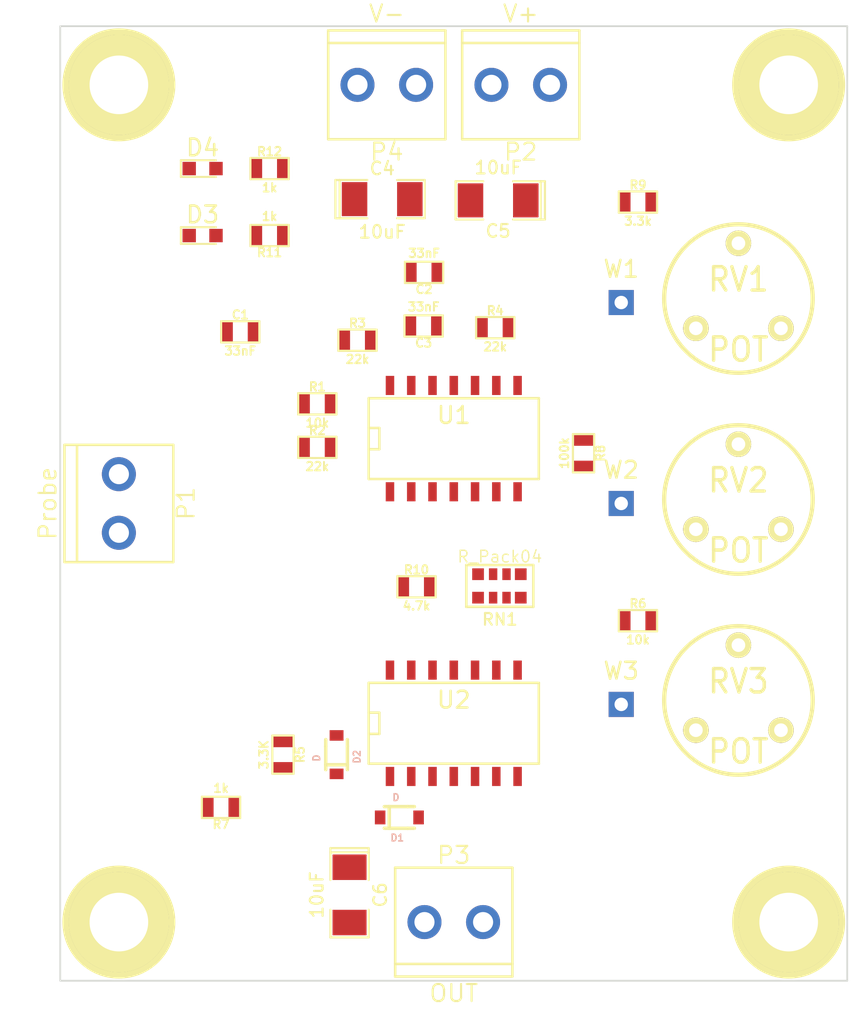
<source format=kicad_pcb>
(kicad_pcb (version 4) (host pcbnew 4.0.5)

  (general
    (links 69)
    (no_connects 69)
    (area 26.449999 21.449999 73.550001 78.550001)
    (thickness 1.6)
    (drawings 7)
    (tracks 0)
    (zones 0)
    (modules 39)
    (nets 29)
  )

  (page USLetter)
  (title_block
    (title EC-AMP)
    (rev Rev1)
    (company "Visgence Inc")
    (comment 1 2017)
  )

  (layers
    (0 F.Cu signal)
    (31 B.Cu signal)
    (32 B.Adhes user)
    (33 F.Adhes user)
    (34 B.Paste user)
    (35 F.Paste user)
    (36 B.SilkS user)
    (37 F.SilkS user)
    (38 B.Mask user)
    (39 F.Mask user)
    (40 Dwgs.User user)
    (41 Cmts.User user)
    (42 Eco1.User user)
    (43 Eco2.User user)
    (44 Edge.Cuts user)
    (45 Margin user)
    (46 B.CrtYd user)
    (47 F.CrtYd user)
    (48 B.Fab user)
    (49 F.Fab user)
  )

  (setup
    (last_trace_width 0.25)
    (trace_clearance 0.2)
    (zone_clearance 0.508)
    (zone_45_only no)
    (trace_min 0.2)
    (segment_width 0.2)
    (edge_width 0.1)
    (via_size 0.6)
    (via_drill 0.4)
    (via_min_size 0.4)
    (via_min_drill 0.3)
    (uvia_size 0.3)
    (uvia_drill 0.1)
    (uvias_allowed no)
    (uvia_min_size 0.2)
    (uvia_min_drill 0.1)
    (pcb_text_width 0.3)
    (pcb_text_size 1.5 1.5)
    (mod_edge_width 0.15)
    (mod_text_size 1 1)
    (mod_text_width 0.15)
    (pad_size 1.5 1.5)
    (pad_drill 0.6)
    (pad_to_mask_clearance 0)
    (aux_axis_origin 0 0)
    (visible_elements 7FFFFFFF)
    (pcbplotparams
      (layerselection 0x00030_80000001)
      (usegerberextensions false)
      (excludeedgelayer true)
      (linewidth 0.100000)
      (plotframeref false)
      (viasonmask false)
      (mode 1)
      (useauxorigin false)
      (hpglpennumber 1)
      (hpglpenspeed 20)
      (hpglpendiameter 15)
      (hpglpenoverlay 2)
      (psnegative false)
      (psa4output false)
      (plotreference true)
      (plotvalue true)
      (plotinvisibletext false)
      (padsonsilk false)
      (subtractmaskfromsilk false)
      (outputformat 1)
      (mirror false)
      (drillshape 1)
      (scaleselection 1)
      (outputdirectory ""))
  )

  (net 0 "")
  (net 1 GND)
  (net 2 "Net-(C1-Pad2)")
  (net 3 "Net-(C2-Pad1)")
  (net 4 "Net-(C2-Pad2)")
  (net 5 "Net-(C3-Pad1)")
  (net 6 "Net-(C3-Pad2)")
  (net 7 -5V)
  (net 8 +5V)
  (net 9 "Net-(C6-Pad1)")
  (net 10 "Net-(D1-Pad1)")
  (net 11 "Net-(D1-Pad2)")
  (net 12 "Net-(D2-Pad1)")
  (net 13 "Net-(D3-Pad2)")
  (net 14 "Net-(D4-Pad2)")
  (net 15 Probe)
  (net 16 ECOut)
  (net 17 "Net-(R6-Pad2)")
  (net 18 "Net-(R8-Pad2)")
  (net 19 "Net-(R9-Pad2)")
  (net 20 "Net-(R10-Pad1)")
  (net 21 AmpOut)
  (net 22 SineOut)
  (net 23 Diffout)
  (net 24 "Net-(RN1-Pad5)")
  (net 25 "Net-(RN1-Pad7)")
  (net 26 "Net-(RV1-Pad1)")
  (net 27 "Net-(RV2-Pad3)")
  (net 28 "Net-(RV3-Pad3)")

  (net_class Default "This is the default net class."
    (clearance 0.2)
    (trace_width 0.25)
    (via_dia 0.6)
    (via_drill 0.4)
    (uvia_dia 0.3)
    (uvia_drill 0.1)
    (add_net +5V)
    (add_net -5V)
    (add_net AmpOut)
    (add_net Diffout)
    (add_net ECOut)
    (add_net GND)
    (add_net "Net-(C1-Pad2)")
    (add_net "Net-(C2-Pad1)")
    (add_net "Net-(C2-Pad2)")
    (add_net "Net-(C3-Pad1)")
    (add_net "Net-(C3-Pad2)")
    (add_net "Net-(C6-Pad1)")
    (add_net "Net-(D1-Pad1)")
    (add_net "Net-(D1-Pad2)")
    (add_net "Net-(D2-Pad1)")
    (add_net "Net-(D3-Pad2)")
    (add_net "Net-(D4-Pad2)")
    (add_net "Net-(R10-Pad1)")
    (add_net "Net-(R6-Pad2)")
    (add_net "Net-(R8-Pad2)")
    (add_net "Net-(R9-Pad2)")
    (add_net "Net-(RN1-Pad5)")
    (add_net "Net-(RN1-Pad7)")
    (add_net "Net-(RV1-Pad1)")
    (add_net "Net-(RV2-Pad3)")
    (add_net "Net-(RV3-Pad3)")
    (add_net Probe)
    (add_net SineOut)
  )

  (module visgence_parts:SM0603_VIS (layer F.Cu) (tedit 52A161E2) (tstamp 58844AD2)
    (at 37.25 39.75)
    (path /5882608A)
    (attr smd)
    (fp_text reference C1 (at 0 -1.016) (layer F.SilkS)
      (effects (font (size 0.508 0.508) (thickness 0.1143)))
    )
    (fp_text value 33nF (at 0 1.143) (layer F.SilkS)
      (effects (font (size 0.508 0.508) (thickness 0.1143)))
    )
    (fp_line (start -1.143 -0.635) (end 1.143 -0.635) (layer F.SilkS) (width 0.127))
    (fp_line (start 1.143 -0.635) (end 1.143 0.635) (layer F.SilkS) (width 0.127))
    (fp_line (start 1.143 0.635) (end -1.143 0.635) (layer F.SilkS) (width 0.127))
    (fp_line (start -1.143 0.635) (end -1.143 -0.635) (layer F.SilkS) (width 0.127))
    (pad 1 smd rect (at -0.762 0) (size 0.635 1.143) (layers F.Cu F.Paste F.Mask)
      (net 1 GND))
    (pad 2 smd rect (at 0.762 0) (size 0.635 1.143) (layers F.Cu F.Paste F.Mask)
      (net 2 "Net-(C1-Pad2)"))
    (model smd\resistors\R0603.wrl
      (at (xyz 0 0 0.001))
      (scale (xyz 0.5 0.5 0.5))
      (rotate (xyz 0 0 0))
    )
  )

  (module visgence_parts:SM0603_VIS (layer F.Cu) (tedit 52A161E2) (tstamp 58844AD8)
    (at 48.225 36.2 180)
    (path /58825F83)
    (attr smd)
    (fp_text reference C2 (at 0 -1.016 180) (layer F.SilkS)
      (effects (font (size 0.508 0.508) (thickness 0.1143)))
    )
    (fp_text value 33nF (at 0 1.143 180) (layer F.SilkS)
      (effects (font (size 0.508 0.508) (thickness 0.1143)))
    )
    (fp_line (start -1.143 -0.635) (end 1.143 -0.635) (layer F.SilkS) (width 0.127))
    (fp_line (start 1.143 -0.635) (end 1.143 0.635) (layer F.SilkS) (width 0.127))
    (fp_line (start 1.143 0.635) (end -1.143 0.635) (layer F.SilkS) (width 0.127))
    (fp_line (start -1.143 0.635) (end -1.143 -0.635) (layer F.SilkS) (width 0.127))
    (pad 1 smd rect (at -0.762 0 180) (size 0.635 1.143) (layers F.Cu F.Paste F.Mask)
      (net 3 "Net-(C2-Pad1)"))
    (pad 2 smd rect (at 0.762 0 180) (size 0.635 1.143) (layers F.Cu F.Paste F.Mask)
      (net 4 "Net-(C2-Pad2)"))
    (model smd\resistors\R0603.wrl
      (at (xyz 0 0 0.001))
      (scale (xyz 0.5 0.5 0.5))
      (rotate (xyz 0 0 0))
    )
  )

  (module visgence_parts:SM0603_VIS (layer F.Cu) (tedit 52A161E2) (tstamp 58844ADE)
    (at 48.2 39.4 180)
    (path /58826293)
    (attr smd)
    (fp_text reference C3 (at 0 -1.016 180) (layer F.SilkS)
      (effects (font (size 0.508 0.508) (thickness 0.1143)))
    )
    (fp_text value 33nF (at 0 1.143 180) (layer F.SilkS)
      (effects (font (size 0.508 0.508) (thickness 0.1143)))
    )
    (fp_line (start -1.143 -0.635) (end 1.143 -0.635) (layer F.SilkS) (width 0.127))
    (fp_line (start 1.143 -0.635) (end 1.143 0.635) (layer F.SilkS) (width 0.127))
    (fp_line (start 1.143 0.635) (end -1.143 0.635) (layer F.SilkS) (width 0.127))
    (fp_line (start -1.143 0.635) (end -1.143 -0.635) (layer F.SilkS) (width 0.127))
    (pad 1 smd rect (at -0.762 0 180) (size 0.635 1.143) (layers F.Cu F.Paste F.Mask)
      (net 5 "Net-(C3-Pad1)"))
    (pad 2 smd rect (at 0.762 0 180) (size 0.635 1.143) (layers F.Cu F.Paste F.Mask)
      (net 6 "Net-(C3-Pad2)"))
    (model smd\resistors\R0603.wrl
      (at (xyz 0 0 0.001))
      (scale (xyz 0.5 0.5 0.5))
      (rotate (xyz 0 0 0))
    )
  )

  (module visgence_parts:SM1206POL_VIS (layer F.Cu) (tedit 52A1632F) (tstamp 58844AE4)
    (at 45.725 31.825)
    (path /5886CB8B)
    (attr smd)
    (fp_text reference C4 (at 0 -1.8288) (layer F.SilkS)
      (effects (font (size 0.762 0.762) (thickness 0.127)))
    )
    (fp_text value 10uF (at 0 1.9558) (layer F.SilkS)
      (effects (font (size 0.762 0.762) (thickness 0.127)))
    )
    (fp_line (start -2.54 -1.143) (end -2.794 -1.143) (layer F.SilkS) (width 0.127))
    (fp_line (start -2.794 -1.143) (end -2.794 1.143) (layer F.SilkS) (width 0.127))
    (fp_line (start -2.794 1.143) (end -2.54 1.143) (layer F.SilkS) (width 0.127))
    (fp_line (start -2.54 -1.143) (end -2.54 1.143) (layer F.SilkS) (width 0.127))
    (fp_line (start -2.54 1.143) (end -0.889 1.143) (layer F.SilkS) (width 0.127))
    (fp_line (start 0.889 -1.143) (end 2.54 -1.143) (layer F.SilkS) (width 0.127))
    (fp_line (start 2.54 -1.143) (end 2.54 1.143) (layer F.SilkS) (width 0.127))
    (fp_line (start 2.54 1.143) (end 0.889 1.143) (layer F.SilkS) (width 0.127))
    (fp_line (start -0.889 -1.143) (end -2.54 -1.143) (layer F.SilkS) (width 0.127))
    (pad 1 smd rect (at -1.651 0) (size 1.524 2.032) (layers F.Cu F.Paste F.Mask)
      (net 1 GND))
    (pad 2 smd rect (at 1.651 0) (size 1.524 2.032) (layers F.Cu F.Paste F.Mask)
      (net 7 -5V))
    (model smd/chip_cms_pol.wrl
      (at (xyz 0 0 0))
      (scale (xyz 0.17 0.16 0.16))
      (rotate (xyz 0 0 0))
    )
  )

  (module visgence_parts:SM1206POL_VIS (layer F.Cu) (tedit 52A1632F) (tstamp 58844AEA)
    (at 52.65 31.9 180)
    (path /5886D1CB)
    (attr smd)
    (fp_text reference C5 (at 0 -1.8288 180) (layer F.SilkS)
      (effects (font (size 0.762 0.762) (thickness 0.127)))
    )
    (fp_text value 10uF (at 0 1.9558 180) (layer F.SilkS)
      (effects (font (size 0.762 0.762) (thickness 0.127)))
    )
    (fp_line (start -2.54 -1.143) (end -2.794 -1.143) (layer F.SilkS) (width 0.127))
    (fp_line (start -2.794 -1.143) (end -2.794 1.143) (layer F.SilkS) (width 0.127))
    (fp_line (start -2.794 1.143) (end -2.54 1.143) (layer F.SilkS) (width 0.127))
    (fp_line (start -2.54 -1.143) (end -2.54 1.143) (layer F.SilkS) (width 0.127))
    (fp_line (start -2.54 1.143) (end -0.889 1.143) (layer F.SilkS) (width 0.127))
    (fp_line (start 0.889 -1.143) (end 2.54 -1.143) (layer F.SilkS) (width 0.127))
    (fp_line (start 2.54 -1.143) (end 2.54 1.143) (layer F.SilkS) (width 0.127))
    (fp_line (start 2.54 1.143) (end 0.889 1.143) (layer F.SilkS) (width 0.127))
    (fp_line (start -0.889 -1.143) (end -2.54 -1.143) (layer F.SilkS) (width 0.127))
    (pad 1 smd rect (at -1.651 0 180) (size 1.524 2.032) (layers F.Cu F.Paste F.Mask)
      (net 8 +5V))
    (pad 2 smd rect (at 1.651 0 180) (size 1.524 2.032) (layers F.Cu F.Paste F.Mask)
      (net 1 GND))
    (model smd/chip_cms_pol.wrl
      (at (xyz 0 0 0))
      (scale (xyz 0.17 0.16 0.16))
      (rotate (xyz 0 0 0))
    )
  )

  (module visgence_parts:SM1206POL_VIS (layer F.Cu) (tedit 52A1632F) (tstamp 58844AF0)
    (at 43.775 73.375 270)
    (path /5882F85D)
    (attr smd)
    (fp_text reference C6 (at 0 -1.8288 270) (layer F.SilkS)
      (effects (font (size 0.762 0.762) (thickness 0.127)))
    )
    (fp_text value 10uF (at 0 1.9558 270) (layer F.SilkS)
      (effects (font (size 0.762 0.762) (thickness 0.127)))
    )
    (fp_line (start -2.54 -1.143) (end -2.794 -1.143) (layer F.SilkS) (width 0.127))
    (fp_line (start -2.794 -1.143) (end -2.794 1.143) (layer F.SilkS) (width 0.127))
    (fp_line (start -2.794 1.143) (end -2.54 1.143) (layer F.SilkS) (width 0.127))
    (fp_line (start -2.54 -1.143) (end -2.54 1.143) (layer F.SilkS) (width 0.127))
    (fp_line (start -2.54 1.143) (end -0.889 1.143) (layer F.SilkS) (width 0.127))
    (fp_line (start 0.889 -1.143) (end 2.54 -1.143) (layer F.SilkS) (width 0.127))
    (fp_line (start 2.54 -1.143) (end 2.54 1.143) (layer F.SilkS) (width 0.127))
    (fp_line (start 2.54 1.143) (end 0.889 1.143) (layer F.SilkS) (width 0.127))
    (fp_line (start -0.889 -1.143) (end -2.54 -1.143) (layer F.SilkS) (width 0.127))
    (pad 1 smd rect (at -1.651 0 270) (size 1.524 2.032) (layers F.Cu F.Paste F.Mask)
      (net 9 "Net-(C6-Pad1)"))
    (pad 2 smd rect (at 1.651 0 270) (size 1.524 2.032) (layers F.Cu F.Paste F.Mask)
      (net 1 GND))
    (model smd/chip_cms_pol.wrl
      (at (xyz 0 0 0))
      (scale (xyz 0.17 0.16 0.16))
      (rotate (xyz 0 0 0))
    )
  )

  (module visgence_parts:SOD-323 (layer F.Cu) (tedit 52C3B5AF) (tstamp 58844AF6)
    (at 46.75 68.75 180)
    (path /5882B9A9)
    (attr smd)
    (fp_text reference D1 (at 0.127 -1.2192 180) (layer B.SilkS)
      (effects (font (size 0.4064 0.4064) (thickness 0.0889)))
    )
    (fp_text value D (at 0.2032 1.1938 180) (layer B.SilkS)
      (effects (font (size 0.4064 0.4064) (thickness 0.0889)))
    )
    (fp_line (start -0.8992 -0.6477) (end -0.4978 -0.6477) (layer F.SilkS) (width 0.2032))
    (fp_line (start -0.4978 -0.6477) (end 0.8992 -0.6477) (layer F.SilkS) (width 0.2032))
    (fp_line (start -0.8992 0.6477) (end -0.4978 0.6477) (layer F.SilkS) (width 0.2032))
    (fp_line (start -0.4978 0.6477) (end 0.8992 0.6477) (layer F.SilkS) (width 0.2032))
    (fp_line (start 0.6022 -0.6477) (end 0.6022 0.6477) (layer F.SilkS) (width 0.2032))
    (pad 1 smd rect (at -1.1481 0 180) (size 0.6299 0.828) (layers F.Cu F.Paste F.Mask)
      (net 10 "Net-(D1-Pad1)"))
    (pad 2 smd rect (at 1.1481 0 180) (size 0.6299 0.828) (layers F.Cu F.Paste F.Mask)
      (net 11 "Net-(D1-Pad2)"))
  )

  (module visgence_parts:SOD-323 (layer F.Cu) (tedit 52C3B5AF) (tstamp 58844AFC)
    (at 43 65 270)
    (path /5882BACC)
    (attr smd)
    (fp_text reference D2 (at 0.127 -1.2192 270) (layer B.SilkS)
      (effects (font (size 0.4064 0.4064) (thickness 0.0889)))
    )
    (fp_text value D (at 0.2032 1.1938 270) (layer B.SilkS)
      (effects (font (size 0.4064 0.4064) (thickness 0.0889)))
    )
    (fp_line (start -0.8992 -0.6477) (end -0.4978 -0.6477) (layer F.SilkS) (width 0.2032))
    (fp_line (start -0.4978 -0.6477) (end 0.8992 -0.6477) (layer F.SilkS) (width 0.2032))
    (fp_line (start -0.8992 0.6477) (end -0.4978 0.6477) (layer F.SilkS) (width 0.2032))
    (fp_line (start -0.4978 0.6477) (end 0.8992 0.6477) (layer F.SilkS) (width 0.2032))
    (fp_line (start 0.6022 -0.6477) (end 0.6022 0.6477) (layer F.SilkS) (width 0.2032))
    (pad 1 smd rect (at -1.1481 0 270) (size 0.6299 0.828) (layers F.Cu F.Paste F.Mask)
      (net 12 "Net-(D2-Pad1)"))
    (pad 2 smd rect (at 1.1481 0 270) (size 0.6299 0.828) (layers F.Cu F.Paste F.Mask)
      (net 11 "Net-(D1-Pad2)"))
  )

  (module LEDs:LED_0603 (layer F.Cu) (tedit 57FE93A5) (tstamp 58844B02)
    (at 35 34)
    (descr "LED 0603 smd package")
    (tags "LED led 0603 SMD smd SMT smt smdled SMDLED smtled SMTLED")
    (path /5886A58B)
    (attr smd)
    (fp_text reference D3 (at 0 -1.25) (layer F.SilkS)
      (effects (font (size 1 1) (thickness 0.15)))
    )
    (fp_text value NEG (at 0 1.35) (layer F.Fab)
      (effects (font (size 1 1) (thickness 0.15)))
    )
    (fp_line (start -1.3 -0.5) (end -1.3 0.5) (layer F.SilkS) (width 0.12))
    (fp_line (start -0.2 -0.2) (end -0.2 0.2) (layer F.Fab) (width 0.1))
    (fp_line (start -0.15 0) (end 0.15 -0.2) (layer F.Fab) (width 0.1))
    (fp_line (start 0.15 0.2) (end -0.15 0) (layer F.Fab) (width 0.1))
    (fp_line (start 0.15 -0.2) (end 0.15 0.2) (layer F.Fab) (width 0.1))
    (fp_line (start 0.8 0.4) (end -0.8 0.4) (layer F.Fab) (width 0.1))
    (fp_line (start 0.8 -0.4) (end 0.8 0.4) (layer F.Fab) (width 0.1))
    (fp_line (start -0.8 -0.4) (end 0.8 -0.4) (layer F.Fab) (width 0.1))
    (fp_line (start -0.8 0.4) (end -0.8 -0.4) (layer F.Fab) (width 0.1))
    (fp_line (start -1.3 0.5) (end 0.8 0.5) (layer F.SilkS) (width 0.12))
    (fp_line (start -1.3 -0.5) (end 0.8 -0.5) (layer F.SilkS) (width 0.12))
    (fp_line (start 1.45 -0.65) (end 1.45 0.65) (layer F.CrtYd) (width 0.05))
    (fp_line (start 1.45 0.65) (end -1.45 0.65) (layer F.CrtYd) (width 0.05))
    (fp_line (start -1.45 0.65) (end -1.45 -0.65) (layer F.CrtYd) (width 0.05))
    (fp_line (start -1.45 -0.65) (end 1.45 -0.65) (layer F.CrtYd) (width 0.05))
    (pad 2 smd rect (at 0.8 0 180) (size 0.8 0.8) (layers F.Cu F.Paste F.Mask)
      (net 13 "Net-(D3-Pad2)"))
    (pad 1 smd rect (at -0.8 0 180) (size 0.8 0.8) (layers F.Cu F.Paste F.Mask)
      (net 7 -5V))
    (model LEDs.3dshapes/LED_0603.wrl
      (at (xyz 0 0 0))
      (scale (xyz 1 1 1))
      (rotate (xyz 0 0 180))
    )
  )

  (module LEDs:LED_0603 (layer F.Cu) (tedit 57FE93A5) (tstamp 58844B08)
    (at 35 30)
    (descr "LED 0603 smd package")
    (tags "LED led 0603 SMD smd SMT smt smdled SMDLED smtled SMTLED")
    (path /5886D1C2)
    (attr smd)
    (fp_text reference D4 (at 0 -1.25) (layer F.SilkS)
      (effects (font (size 1 1) (thickness 0.15)))
    )
    (fp_text value POS (at 0 1.35) (layer F.Fab)
      (effects (font (size 1 1) (thickness 0.15)))
    )
    (fp_line (start -1.3 -0.5) (end -1.3 0.5) (layer F.SilkS) (width 0.12))
    (fp_line (start -0.2 -0.2) (end -0.2 0.2) (layer F.Fab) (width 0.1))
    (fp_line (start -0.15 0) (end 0.15 -0.2) (layer F.Fab) (width 0.1))
    (fp_line (start 0.15 0.2) (end -0.15 0) (layer F.Fab) (width 0.1))
    (fp_line (start 0.15 -0.2) (end 0.15 0.2) (layer F.Fab) (width 0.1))
    (fp_line (start 0.8 0.4) (end -0.8 0.4) (layer F.Fab) (width 0.1))
    (fp_line (start 0.8 -0.4) (end 0.8 0.4) (layer F.Fab) (width 0.1))
    (fp_line (start -0.8 -0.4) (end 0.8 -0.4) (layer F.Fab) (width 0.1))
    (fp_line (start -0.8 0.4) (end -0.8 -0.4) (layer F.Fab) (width 0.1))
    (fp_line (start -1.3 0.5) (end 0.8 0.5) (layer F.SilkS) (width 0.12))
    (fp_line (start -1.3 -0.5) (end 0.8 -0.5) (layer F.SilkS) (width 0.12))
    (fp_line (start 1.45 -0.65) (end 1.45 0.65) (layer F.CrtYd) (width 0.05))
    (fp_line (start 1.45 0.65) (end -1.45 0.65) (layer F.CrtYd) (width 0.05))
    (fp_line (start -1.45 0.65) (end -1.45 -0.65) (layer F.CrtYd) (width 0.05))
    (fp_line (start -1.45 -0.65) (end 1.45 -0.65) (layer F.CrtYd) (width 0.05))
    (pad 2 smd rect (at 0.8 0 180) (size 0.8 0.8) (layers F.Cu F.Paste F.Mask)
      (net 14 "Net-(D4-Pad2)"))
    (pad 1 smd rect (at -0.8 0 180) (size 0.8 0.8) (layers F.Cu F.Paste F.Mask)
      (net 1 GND))
    (model LEDs.3dshapes/LED_0603.wrl
      (at (xyz 0 0 0))
      (scale (xyz 1 1 1))
      (rotate (xyz 0 0 180))
    )
  )

  (module visgence_parts:Term3.5-2 (layer F.Cu) (tedit 53DDB7D8) (tstamp 58844B0E)
    (at 30 50 270)
    (path /5882A364)
    (fp_text reference P1 (at 0 -4 270) (layer F.SilkS)
      (effects (font (size 1.016 1.016) (thickness 0.127)))
    )
    (fp_text value Probe (at 0 4.24942 270) (layer F.SilkS)
      (effects (font (size 1.016 1.016) (thickness 0.127)))
    )
    (fp_line (start -3.5 2.5) (end 3.5 2.5) (layer F.SilkS) (width 0.15))
    (fp_line (start 3.5 3.25) (end -3.5 3.25) (layer F.SilkS) (width 0.15))
    (fp_line (start -3.5 -3.25) (end 3.5 -3.25) (layer F.SilkS) (width 0.15))
    (fp_line (start 3.5 -3.25) (end 3.5 3.25) (layer F.SilkS) (width 0.15))
    (fp_line (start -3.5 3.25) (end -3.5 -3.25) (layer F.SilkS) (width 0.15))
    (pad 1 thru_hole circle (at -1.75006 0 270) (size 2.032 2.032) (drill 1.2) (layers *.Cu *.Mask)
      (net 1 GND))
    (pad 2 thru_hole circle (at 1.75006 0 270) (size 2.032 2.032) (drill 1.2) (layers *.Cu *.Mask)
      (net 15 Probe))
  )

  (module visgence_parts:Term3.5-2 (layer F.Cu) (tedit 53DDB7D8) (tstamp 58844B14)
    (at 54 25 180)
    (path /58847E21)
    (fp_text reference P2 (at 0 -4 180) (layer F.SilkS)
      (effects (font (size 1.016 1.016) (thickness 0.127)))
    )
    (fp_text value V+ (at 0 4.24942 180) (layer F.SilkS)
      (effects (font (size 1.016 1.016) (thickness 0.127)))
    )
    (fp_line (start -3.5 2.5) (end 3.5 2.5) (layer F.SilkS) (width 0.15))
    (fp_line (start 3.5 3.25) (end -3.5 3.25) (layer F.SilkS) (width 0.15))
    (fp_line (start -3.5 -3.25) (end 3.5 -3.25) (layer F.SilkS) (width 0.15))
    (fp_line (start 3.5 -3.25) (end 3.5 3.25) (layer F.SilkS) (width 0.15))
    (fp_line (start -3.5 3.25) (end -3.5 -3.25) (layer F.SilkS) (width 0.15))
    (pad 1 thru_hole circle (at -1.75006 0 180) (size 2.032 2.032) (drill 1.2) (layers *.Cu *.Mask)
      (net 8 +5V))
    (pad 2 thru_hole circle (at 1.75006 0 180) (size 2.032 2.032) (drill 1.2) (layers *.Cu *.Mask)
      (net 1 GND))
  )

  (module visgence_parts:Term3.5-2 (layer F.Cu) (tedit 53DDB7D8) (tstamp 58844B1A)
    (at 50 75)
    (path /5884D4D9)
    (fp_text reference P3 (at 0 -4) (layer F.SilkS)
      (effects (font (size 1.016 1.016) (thickness 0.127)))
    )
    (fp_text value OUT (at 0 4.24942) (layer F.SilkS)
      (effects (font (size 1.016 1.016) (thickness 0.127)))
    )
    (fp_line (start -3.5 2.5) (end 3.5 2.5) (layer F.SilkS) (width 0.15))
    (fp_line (start 3.5 3.25) (end -3.5 3.25) (layer F.SilkS) (width 0.15))
    (fp_line (start -3.5 -3.25) (end 3.5 -3.25) (layer F.SilkS) (width 0.15))
    (fp_line (start 3.5 -3.25) (end 3.5 3.25) (layer F.SilkS) (width 0.15))
    (fp_line (start -3.5 3.25) (end -3.5 -3.25) (layer F.SilkS) (width 0.15))
    (pad 1 thru_hole circle (at -1.75006 0) (size 2.032 2.032) (drill 1.2) (layers *.Cu *.Mask)
      (net 1 GND))
    (pad 2 thru_hole circle (at 1.75006 0) (size 2.032 2.032) (drill 1.2) (layers *.Cu *.Mask)
      (net 16 ECOut))
  )

  (module visgence_parts:Term3.5-2 (layer F.Cu) (tedit 53DDB7D8) (tstamp 58844B20)
    (at 46 25 180)
    (path /5884A0F9)
    (fp_text reference P4 (at 0 -4 180) (layer F.SilkS)
      (effects (font (size 1.016 1.016) (thickness 0.127)))
    )
    (fp_text value V- (at 0 4.24942 180) (layer F.SilkS)
      (effects (font (size 1.016 1.016) (thickness 0.127)))
    )
    (fp_line (start -3.5 2.5) (end 3.5 2.5) (layer F.SilkS) (width 0.15))
    (fp_line (start 3.5 3.25) (end -3.5 3.25) (layer F.SilkS) (width 0.15))
    (fp_line (start -3.5 -3.25) (end 3.5 -3.25) (layer F.SilkS) (width 0.15))
    (fp_line (start 3.5 -3.25) (end 3.5 3.25) (layer F.SilkS) (width 0.15))
    (fp_line (start -3.5 3.25) (end -3.5 -3.25) (layer F.SilkS) (width 0.15))
    (pad 1 thru_hole circle (at -1.75006 0 180) (size 2.032 2.032) (drill 1.2) (layers *.Cu *.Mask)
      (net 1 GND))
    (pad 2 thru_hole circle (at 1.75006 0 180) (size 2.032 2.032) (drill 1.2) (layers *.Cu *.Mask)
      (net 7 -5V))
  )

  (module visgence_parts:RESARRAY-0612 (layer F.Cu) (tedit 52CA3D37) (tstamp 58844B74)
    (at 52.75 54.925)
    (path /5882A898)
    (fp_text reference RN1 (at 0 2) (layer F.SilkS)
      (effects (font (size 0.7 0.7) (thickness 0.125)))
    )
    (fp_text value R_Pack04 (at 0 -1.75) (layer F.SilkS)
      (effects (font (size 0.7 0.7) (thickness 0.08)))
    )
    (fp_line (start -2 -1.25) (end 2 -1.25) (layer F.SilkS) (width 0.15))
    (fp_line (start 2 -1.25) (end 2 1.25) (layer F.SilkS) (width 0.15))
    (fp_line (start 2 1.25) (end -2 1.25) (layer F.SilkS) (width 0.15))
    (fp_line (start -2 1.25) (end -2 -1.25) (layer F.SilkS) (width 0.15))
    (pad 1 smd rect (at -1.3 0.7) (size 0.7 0.7) (layers F.Cu F.Paste F.Mask)
      (net 1 GND))
    (pad 2 smd rect (at -0.4 0.7) (size 0.5 0.7) (layers F.Cu F.Paste F.Mask)
      (net 21 AmpOut))
    (pad 3 smd rect (at 0.4 0.7) (size 0.5 0.7) (layers F.Cu F.Paste F.Mask)
      (net 22 SineOut))
    (pad 4 smd rect (at 1.25 0.7) (size 0.7 0.7) (layers F.Cu F.Paste F.Mask)
      (net 23 Diffout))
    (pad 5 smd rect (at 1.25 -0.7) (size 0.7 0.7) (layers F.Cu F.Paste F.Mask)
      (net 24 "Net-(RN1-Pad5)"))
    (pad 6 smd rect (at 0.4 -0.7) (size 0.5 0.7) (layers F.Cu F.Paste F.Mask)
      (net 24 "Net-(RN1-Pad5)"))
    (pad 7 smd rect (at -0.4 -0.7) (size 0.5 0.7) (layers F.Cu F.Paste F.Mask)
      (net 25 "Net-(RN1-Pad7)"))
    (pad 8 smd rect (at -1.3 -0.7) (size 0.7 0.7) (layers F.Cu F.Paste F.Mask)
      (net 25 "Net-(RN1-Pad7)"))
  )

  (module visgence_parts:Var_resistor (layer F.Cu) (tedit 52488A0F) (tstamp 58844B7B)
    (at 67 37)
    (descr "Resistance variable / potentiometre")
    (tags R)
    (path /588609CF)
    (autoplace_cost90 10)
    (autoplace_cost180 10)
    (fp_text reference RV1 (at 0 -0.381) (layer F.SilkS)
      (effects (font (size 1.397 1.27) (thickness 0.2032)))
    )
    (fp_text value POT (at 0 3.81) (layer F.SilkS)
      (effects (font (size 1.397 1.27) (thickness 0.2032)))
    )
    (fp_circle (center 0 0.762) (end 4.318 1.778) (layer F.SilkS) (width 0.254))
    (pad 1 thru_hole circle (at -2.54 2.54) (size 1.524 1.524) (drill 0.8128) (layers *.Cu *.Mask F.SilkS)
      (net 26 "Net-(RV1-Pad1)"))
    (pad 2 thru_hole circle (at 0 -2.54) (size 1.524 1.524) (drill 0.8128) (layers *.Cu *.Mask F.SilkS)
      (net 19 "Net-(R9-Pad2)"))
    (pad 3 thru_hole circle (at 2.54 2.54) (size 1.524 1.524) (drill 0.8128) (layers *.Cu *.Mask F.SilkS)
      (net 1 GND))
    (model discret/adjustable_rx2.wrl
      (at (xyz 0 0 0))
      (scale (xyz 1 1 1))
      (rotate (xyz 0 0 0))
    )
  )

  (module visgence_parts:Var_resistor (layer F.Cu) (tedit 52488A0F) (tstamp 58844B82)
    (at 67 49)
    (descr "Resistance variable / potentiometre")
    (tags R)
    (path /58853556)
    (autoplace_cost90 10)
    (autoplace_cost180 10)
    (fp_text reference RV2 (at 0 -0.381) (layer F.SilkS)
      (effects (font (size 1.397 1.27) (thickness 0.2032)))
    )
    (fp_text value POT (at 0 3.81) (layer F.SilkS)
      (effects (font (size 1.397 1.27) (thickness 0.2032)))
    )
    (fp_circle (center 0 0.762) (end 4.318 1.778) (layer F.SilkS) (width 0.254))
    (pad 1 thru_hole circle (at -2.54 2.54) (size 1.524 1.524) (drill 0.8128) (layers *.Cu *.Mask F.SilkS)
      (net 15 Probe))
    (pad 2 thru_hole circle (at 0 -2.54) (size 1.524 1.524) (drill 0.8128) (layers *.Cu *.Mask F.SilkS)
      (net 21 AmpOut))
    (pad 3 thru_hole circle (at 2.54 2.54) (size 1.524 1.524) (drill 0.8128) (layers *.Cu *.Mask F.SilkS)
      (net 27 "Net-(RV2-Pad3)"))
    (model discret/adjustable_rx2.wrl
      (at (xyz 0 0 0))
      (scale (xyz 1 1 1))
      (rotate (xyz 0 0 0))
    )
  )

  (module visgence_parts:Var_resistor (layer F.Cu) (tedit 52488A0F) (tstamp 58844B89)
    (at 67 61)
    (descr "Resistance variable / potentiometre")
    (tags R)
    (path /5885830C)
    (autoplace_cost90 10)
    (autoplace_cost180 10)
    (fp_text reference RV3 (at 0 -0.381) (layer F.SilkS)
      (effects (font (size 1.397 1.27) (thickness 0.2032)))
    )
    (fp_text value POT (at 0 3.81) (layer F.SilkS)
      (effects (font (size 1.397 1.27) (thickness 0.2032)))
    )
    (fp_circle (center 0 0.762) (end 4.318 1.778) (layer F.SilkS) (width 0.254))
    (pad 1 thru_hole circle (at -2.54 2.54) (size 1.524 1.524) (drill 0.8128) (layers *.Cu *.Mask F.SilkS)
      (net 1 GND))
    (pad 2 thru_hole circle (at 0 -2.54) (size 1.524 1.524) (drill 0.8128) (layers *.Cu *.Mask F.SilkS)
      (net 17 "Net-(R6-Pad2)"))
    (pad 3 thru_hole circle (at 2.54 2.54) (size 1.524 1.524) (drill 0.8128) (layers *.Cu *.Mask F.SilkS)
      (net 28 "Net-(RV3-Pad3)"))
    (model discret/adjustable_rx2.wrl
      (at (xyz 0 0 0))
      (scale (xyz 1 1 1))
      (rotate (xyz 0 0 0))
    )
  )

  (module SMD_Packages:SOIC-14_N (layer F.Cu) (tedit 0) (tstamp 58844B9B)
    (at 50 46)
    (descr "Module CMS SOJ 14 pins Large")
    (tags "CMS SOJ")
    (path /58825C06)
    (attr smd)
    (fp_text reference U1 (at 0 -1.27) (layer F.SilkS)
      (effects (font (size 1 1) (thickness 0.15)))
    )
    (fp_text value LM324 (at 0 1.27) (layer F.Fab)
      (effects (font (size 1 1) (thickness 0.15)))
    )
    (fp_line (start 5.08 -2.286) (end 5.08 2.54) (layer F.SilkS) (width 0.15))
    (fp_line (start 5.08 2.54) (end -5.08 2.54) (layer F.SilkS) (width 0.15))
    (fp_line (start -5.08 2.54) (end -5.08 -2.286) (layer F.SilkS) (width 0.15))
    (fp_line (start -5.08 -2.286) (end 5.08 -2.286) (layer F.SilkS) (width 0.15))
    (fp_line (start -5.08 -0.508) (end -4.445 -0.508) (layer F.SilkS) (width 0.15))
    (fp_line (start -4.445 -0.508) (end -4.445 0.762) (layer F.SilkS) (width 0.15))
    (fp_line (start -4.445 0.762) (end -5.08 0.762) (layer F.SilkS) (width 0.15))
    (pad 1 smd rect (at -3.81 3.302) (size 0.508 1.143) (layers F.Cu F.Paste F.Mask)
      (net 22 SineOut))
    (pad 2 smd rect (at -2.54 3.302) (size 0.508 1.143) (layers F.Cu F.Paste F.Mask)
      (net 22 SineOut))
    (pad 3 smd rect (at -1.27 3.302) (size 0.508 1.143) (layers F.Cu F.Paste F.Mask)
      (net 18 "Net-(R8-Pad2)"))
    (pad 4 smd rect (at 0 3.302) (size 0.508 1.143) (layers F.Cu F.Paste F.Mask)
      (net 8 +5V))
    (pad 5 smd rect (at 1.27 3.302) (size 0.508 1.143) (layers F.Cu F.Paste F.Mask))
    (pad 6 smd rect (at 2.54 3.302) (size 0.508 1.143) (layers F.Cu F.Paste F.Mask))
    (pad 7 smd rect (at 3.81 3.302) (size 0.508 1.143) (layers F.Cu F.Paste F.Mask))
    (pad 8 smd rect (at 3.81 -3.048) (size 0.508 1.143) (layers F.Cu F.Paste F.Mask)
      (net 5 "Net-(C3-Pad1)"))
    (pad 9 smd rect (at 2.54 -3.048) (size 0.508 1.143) (layers F.Cu F.Paste F.Mask)
      (net 6 "Net-(C3-Pad2)"))
    (pad 11 smd rect (at 0 -3.048) (size 0.508 1.143) (layers F.Cu F.Paste F.Mask)
      (net 7 -5V))
    (pad 12 smd rect (at -1.27 -3.048) (size 0.508 1.143) (layers F.Cu F.Paste F.Mask)
      (net 2 "Net-(C1-Pad2)"))
    (pad 13 smd rect (at -2.54 -3.048) (size 0.508 1.143) (layers F.Cu F.Paste F.Mask)
      (net 4 "Net-(C2-Pad2)"))
    (pad 14 smd rect (at -3.81 -3.048) (size 0.508 1.143) (layers F.Cu F.Paste F.Mask)
      (net 3 "Net-(C2-Pad1)"))
    (pad 10 smd rect (at 1.27 -3.048) (size 0.508 1.143) (layers F.Cu F.Paste F.Mask)
      (net 1 GND))
    (model SMD_Packages.3dshapes/SOIC-14_N.wrl
      (at (xyz 0 0 0))
      (scale (xyz 0.5 0.4 0.5))
      (rotate (xyz 0 0 0))
    )
  )

  (module SMD_Packages:SOIC-14_N (layer F.Cu) (tedit 0) (tstamp 58844BAD)
    (at 50 63)
    (descr "Module CMS SOJ 14 pins Large")
    (tags "CMS SOJ")
    (path /588284D0)
    (attr smd)
    (fp_text reference U2 (at 0 -1.27) (layer F.SilkS)
      (effects (font (size 1 1) (thickness 0.15)))
    )
    (fp_text value LM324 (at 0 1.27) (layer F.Fab)
      (effects (font (size 1 1) (thickness 0.15)))
    )
    (fp_line (start 5.08 -2.286) (end 5.08 2.54) (layer F.SilkS) (width 0.15))
    (fp_line (start 5.08 2.54) (end -5.08 2.54) (layer F.SilkS) (width 0.15))
    (fp_line (start -5.08 2.54) (end -5.08 -2.286) (layer F.SilkS) (width 0.15))
    (fp_line (start -5.08 -2.286) (end 5.08 -2.286) (layer F.SilkS) (width 0.15))
    (fp_line (start -5.08 -0.508) (end -4.445 -0.508) (layer F.SilkS) (width 0.15))
    (fp_line (start -4.445 -0.508) (end -4.445 0.762) (layer F.SilkS) (width 0.15))
    (fp_line (start -4.445 0.762) (end -5.08 0.762) (layer F.SilkS) (width 0.15))
    (pad 1 smd rect (at -3.81 3.302) (size 0.508 1.143) (layers F.Cu F.Paste F.Mask)
      (net 11 "Net-(D1-Pad2)"))
    (pad 2 smd rect (at -2.54 3.302) (size 0.508 1.143) (layers F.Cu F.Paste F.Mask)
      (net 10 "Net-(D1-Pad1)"))
    (pad 3 smd rect (at -1.27 3.302) (size 0.508 1.143) (layers F.Cu F.Paste F.Mask)
      (net 23 Diffout))
    (pad 4 smd rect (at 0 3.302) (size 0.508 1.143) (layers F.Cu F.Paste F.Mask)
      (net 8 +5V))
    (pad 5 smd rect (at 1.27 3.302) (size 0.508 1.143) (layers F.Cu F.Paste F.Mask)
      (net 9 "Net-(C6-Pad1)"))
    (pad 6 smd rect (at 2.54 3.302) (size 0.508 1.143) (layers F.Cu F.Paste F.Mask)
      (net 16 ECOut))
    (pad 7 smd rect (at 3.81 3.302) (size 0.508 1.143) (layers F.Cu F.Paste F.Mask)
      (net 16 ECOut))
    (pad 8 smd rect (at 3.81 -3.048) (size 0.508 1.143) (layers F.Cu F.Paste F.Mask)
      (net 23 Diffout))
    (pad 9 smd rect (at 2.54 -3.048) (size 0.508 1.143) (layers F.Cu F.Paste F.Mask)
      (net 24 "Net-(RN1-Pad5)"))
    (pad 11 smd rect (at 0 -3.048) (size 0.508 1.143) (layers F.Cu F.Paste F.Mask)
      (net 7 -5V))
    (pad 12 smd rect (at -1.27 -3.048) (size 0.508 1.143) (layers F.Cu F.Paste F.Mask)
      (net 18 "Net-(R8-Pad2)"))
    (pad 13 smd rect (at -2.54 -3.048) (size 0.508 1.143) (layers F.Cu F.Paste F.Mask)
      (net 15 Probe))
    (pad 14 smd rect (at -3.81 -3.048) (size 0.508 1.143) (layers F.Cu F.Paste F.Mask)
      (net 20 "Net-(R10-Pad1)"))
    (pad 10 smd rect (at 1.27 -3.048) (size 0.508 1.143) (layers F.Cu F.Paste F.Mask)
      (net 25 "Net-(RN1-Pad7)"))
    (model SMD_Packages.3dshapes/SOIC-14_N.wrl
      (at (xyz 0 0 0))
      (scale (xyz 0.5 0.4 0.5))
      (rotate (xyz 0 0 0))
    )
  )

  (module Measurement_Points:Measurement_Point_Square-TH_Small (layer F.Cu) (tedit 56C360B9) (tstamp 58844BB2)
    (at 60 38)
    (descr "Mesurement Point, Square, Trough Hole,  1.5mm x 1.5mm, Drill 0.8mm,")
    (tags "Mesurement Point Square Trough Hole 1.5x1.5mm Drill 0.8mm")
    (path /58870C3B)
    (attr virtual)
    (fp_text reference W1 (at 0 -2) (layer F.SilkS)
      (effects (font (size 1 1) (thickness 0.15)))
    )
    (fp_text value Sine (at 0 2) (layer F.Fab)
      (effects (font (size 1 1) (thickness 0.15)))
    )
    (fp_line (start -1 -1) (end 1 -1) (layer F.CrtYd) (width 0.05))
    (fp_line (start 1 -1) (end 1 1) (layer F.CrtYd) (width 0.05))
    (fp_line (start 1 1) (end -1 1) (layer F.CrtYd) (width 0.05))
    (fp_line (start -1 1) (end -1 -1) (layer F.CrtYd) (width 0.05))
    (pad 1 thru_hole rect (at 0 0) (size 1.5 1.5) (drill 0.8) (layers *.Cu *.Mask)
      (net 22 SineOut))
  )

  (module Measurement_Points:Measurement_Point_Square-TH_Small (layer F.Cu) (tedit 56C360B9) (tstamp 58844BB7)
    (at 60 50)
    (descr "Mesurement Point, Square, Trough Hole,  1.5mm x 1.5mm, Drill 0.8mm,")
    (tags "Mesurement Point Square Trough Hole 1.5x1.5mm Drill 0.8mm")
    (path /5887156E)
    (attr virtual)
    (fp_text reference W2 (at 0 -2) (layer F.SilkS)
      (effects (font (size 1 1) (thickness 0.15)))
    )
    (fp_text value Amp (at 0 2) (layer F.Fab)
      (effects (font (size 1 1) (thickness 0.15)))
    )
    (fp_line (start -1 -1) (end 1 -1) (layer F.CrtYd) (width 0.05))
    (fp_line (start 1 -1) (end 1 1) (layer F.CrtYd) (width 0.05))
    (fp_line (start 1 1) (end -1 1) (layer F.CrtYd) (width 0.05))
    (fp_line (start -1 1) (end -1 -1) (layer F.CrtYd) (width 0.05))
    (pad 1 thru_hole rect (at 0 0) (size 1.5 1.5) (drill 0.8) (layers *.Cu *.Mask)
      (net 21 AmpOut))
  )

  (module Measurement_Points:Measurement_Point_Square-TH_Small (layer F.Cu) (tedit 56C360B9) (tstamp 58844BBC)
    (at 60 62)
    (descr "Mesurement Point, Square, Trough Hole,  1.5mm x 1.5mm, Drill 0.8mm,")
    (tags "Mesurement Point Square Trough Hole 1.5x1.5mm Drill 0.8mm")
    (path /5887160B)
    (attr virtual)
    (fp_text reference W3 (at 0 -2) (layer F.SilkS)
      (effects (font (size 1 1) (thickness 0.15)))
    )
    (fp_text value Diff (at 0 2) (layer F.Fab)
      (effects (font (size 1 1) (thickness 0.15)))
    )
    (fp_line (start -1 -1) (end 1 -1) (layer F.CrtYd) (width 0.05))
    (fp_line (start 1 -1) (end 1 1) (layer F.CrtYd) (width 0.05))
    (fp_line (start 1 1) (end -1 1) (layer F.CrtYd) (width 0.05))
    (fp_line (start -1 1) (end -1 -1) (layer F.CrtYd) (width 0.05))
    (pad 1 thru_hole rect (at 0 0) (size 1.5 1.5) (drill 0.8) (layers *.Cu *.Mask)
      (net 23 Diffout))
  )

  (module visgence_parts:SM0603_VIS (layer F.Cu) (tedit 52A161E2) (tstamp 58844E8A)
    (at 41.85 44.05)
    (path /58825EA1)
    (attr smd)
    (fp_text reference R1 (at 0 -1.016) (layer F.SilkS)
      (effects (font (size 0.508 0.508) (thickness 0.1143)))
    )
    (fp_text value 10k (at 0 1.143) (layer F.SilkS)
      (effects (font (size 0.508 0.508) (thickness 0.1143)))
    )
    (fp_line (start -1.143 -0.635) (end 1.143 -0.635) (layer F.SilkS) (width 0.127))
    (fp_line (start 1.143 -0.635) (end 1.143 0.635) (layer F.SilkS) (width 0.127))
    (fp_line (start 1.143 0.635) (end -1.143 0.635) (layer F.SilkS) (width 0.127))
    (fp_line (start -1.143 0.635) (end -1.143 -0.635) (layer F.SilkS) (width 0.127))
    (pad 1 smd rect (at -0.762 0) (size 0.635 1.143) (layers F.Cu F.Paste F.Mask)
      (net 1 GND))
    (pad 2 smd rect (at 0.762 0) (size 0.635 1.143) (layers F.Cu F.Paste F.Mask)
      (net 4 "Net-(C2-Pad2)"))
    (model smd\resistors\R0603.wrl
      (at (xyz 0 0 0.001))
      (scale (xyz 0.5 0.5 0.5))
      (rotate (xyz 0 0 0))
    )
  )

  (module visgence_parts:SM0603_VIS (layer F.Cu) (tedit 52A161E2) (tstamp 58844E8F)
    (at 41.85 46.65)
    (path /58825E0B)
    (attr smd)
    (fp_text reference R2 (at 0 -1.016) (layer F.SilkS)
      (effects (font (size 0.508 0.508) (thickness 0.1143)))
    )
    (fp_text value 22k (at 0 1.143) (layer F.SilkS)
      (effects (font (size 0.508 0.508) (thickness 0.1143)))
    )
    (fp_line (start -1.143 -0.635) (end 1.143 -0.635) (layer F.SilkS) (width 0.127))
    (fp_line (start 1.143 -0.635) (end 1.143 0.635) (layer F.SilkS) (width 0.127))
    (fp_line (start 1.143 0.635) (end -1.143 0.635) (layer F.SilkS) (width 0.127))
    (fp_line (start -1.143 0.635) (end -1.143 -0.635) (layer F.SilkS) (width 0.127))
    (pad 1 smd rect (at -0.762 0) (size 0.635 1.143) (layers F.Cu F.Paste F.Mask)
      (net 1 GND))
    (pad 2 smd rect (at 0.762 0) (size 0.635 1.143) (layers F.Cu F.Paste F.Mask)
      (net 4 "Net-(C2-Pad2)"))
    (model smd\resistors\R0603.wrl
      (at (xyz 0 0 0.001))
      (scale (xyz 0.5 0.5 0.5))
      (rotate (xyz 0 0 0))
    )
  )

  (module visgence_parts:SM0603_VIS (layer F.Cu) (tedit 52A161E2) (tstamp 58844E94)
    (at 44.25 40.25)
    (path /5882614B)
    (attr smd)
    (fp_text reference R3 (at 0 -1.016) (layer F.SilkS)
      (effects (font (size 0.508 0.508) (thickness 0.1143)))
    )
    (fp_text value 22k (at 0 1.143) (layer F.SilkS)
      (effects (font (size 0.508 0.508) (thickness 0.1143)))
    )
    (fp_line (start -1.143 -0.635) (end 1.143 -0.635) (layer F.SilkS) (width 0.127))
    (fp_line (start 1.143 -0.635) (end 1.143 0.635) (layer F.SilkS) (width 0.127))
    (fp_line (start 1.143 0.635) (end -1.143 0.635) (layer F.SilkS) (width 0.127))
    (fp_line (start -1.143 0.635) (end -1.143 -0.635) (layer F.SilkS) (width 0.127))
    (pad 1 smd rect (at -0.762 0) (size 0.635 1.143) (layers F.Cu F.Paste F.Mask)
      (net 2 "Net-(C1-Pad2)"))
    (pad 2 smd rect (at 0.762 0) (size 0.635 1.143) (layers F.Cu F.Paste F.Mask)
      (net 5 "Net-(C3-Pad1)"))
    (model smd\resistors\R0603.wrl
      (at (xyz 0 0 0.001))
      (scale (xyz 0.5 0.5 0.5))
      (rotate (xyz 0 0 0))
    )
  )

  (module visgence_parts:SM0603_VIS (layer F.Cu) (tedit 52A161E2) (tstamp 58844E99)
    (at 52.475 39.5)
    (path /58825D49)
    (attr smd)
    (fp_text reference R4 (at 0 -1.016) (layer F.SilkS)
      (effects (font (size 0.508 0.508) (thickness 0.1143)))
    )
    (fp_text value 22k (at 0 1.143) (layer F.SilkS)
      (effects (font (size 0.508 0.508) (thickness 0.1143)))
    )
    (fp_line (start -1.143 -0.635) (end 1.143 -0.635) (layer F.SilkS) (width 0.127))
    (fp_line (start 1.143 -0.635) (end 1.143 0.635) (layer F.SilkS) (width 0.127))
    (fp_line (start 1.143 0.635) (end -1.143 0.635) (layer F.SilkS) (width 0.127))
    (fp_line (start -1.143 0.635) (end -1.143 -0.635) (layer F.SilkS) (width 0.127))
    (pad 1 smd rect (at -0.762 0) (size 0.635 1.143) (layers F.Cu F.Paste F.Mask)
      (net 3 "Net-(C2-Pad1)"))
    (pad 2 smd rect (at 0.762 0) (size 0.635 1.143) (layers F.Cu F.Paste F.Mask)
      (net 6 "Net-(C3-Pad2)"))
    (model smd\resistors\R0603.wrl
      (at (xyz 0 0 0.001))
      (scale (xyz 0.5 0.5 0.5))
      (rotate (xyz 0 0 0))
    )
  )

  (module visgence_parts:SM0603_VIS (layer F.Cu) (tedit 52A161E2) (tstamp 58844E9E)
    (at 39.8 65 270)
    (path /5882BCA3)
    (attr smd)
    (fp_text reference R5 (at 0 -1.016 270) (layer F.SilkS)
      (effects (font (size 0.508 0.508) (thickness 0.1143)))
    )
    (fp_text value 3.3K (at 0 1.143 270) (layer F.SilkS)
      (effects (font (size 0.508 0.508) (thickness 0.1143)))
    )
    (fp_line (start -1.143 -0.635) (end 1.143 -0.635) (layer F.SilkS) (width 0.127))
    (fp_line (start 1.143 -0.635) (end 1.143 0.635) (layer F.SilkS) (width 0.127))
    (fp_line (start 1.143 0.635) (end -1.143 0.635) (layer F.SilkS) (width 0.127))
    (fp_line (start -1.143 0.635) (end -1.143 -0.635) (layer F.SilkS) (width 0.127))
    (pad 1 smd rect (at -0.762 0 270) (size 0.635 1.143) (layers F.Cu F.Paste F.Mask)
      (net 12 "Net-(D2-Pad1)"))
    (pad 2 smd rect (at 0.762 0 270) (size 0.635 1.143) (layers F.Cu F.Paste F.Mask)
      (net 10 "Net-(D1-Pad1)"))
    (model smd\resistors\R0603.wrl
      (at (xyz 0 0 0.001))
      (scale (xyz 0.5 0.5 0.5))
      (rotate (xyz 0 0 0))
    )
  )

  (module visgence_parts:SM0603_VIS (layer F.Cu) (tedit 52A161E2) (tstamp 58844EA3)
    (at 61 57)
    (path /5882C07C)
    (attr smd)
    (fp_text reference R6 (at 0 -1.016) (layer F.SilkS)
      (effects (font (size 0.508 0.508) (thickness 0.1143)))
    )
    (fp_text value 10k (at 0 1.143) (layer F.SilkS)
      (effects (font (size 0.508 0.508) (thickness 0.1143)))
    )
    (fp_line (start -1.143 -0.635) (end 1.143 -0.635) (layer F.SilkS) (width 0.127))
    (fp_line (start 1.143 -0.635) (end 1.143 0.635) (layer F.SilkS) (width 0.127))
    (fp_line (start 1.143 0.635) (end -1.143 0.635) (layer F.SilkS) (width 0.127))
    (fp_line (start -1.143 0.635) (end -1.143 -0.635) (layer F.SilkS) (width 0.127))
    (pad 1 smd rect (at -0.762 0) (size 0.635 1.143) (layers F.Cu F.Paste F.Mask)
      (net 10 "Net-(D1-Pad1)"))
    (pad 2 smd rect (at 0.762 0) (size 0.635 1.143) (layers F.Cu F.Paste F.Mask)
      (net 17 "Net-(R6-Pad2)"))
    (model smd\resistors\R0603.wrl
      (at (xyz 0 0 0.001))
      (scale (xyz 0.5 0.5 0.5))
      (rotate (xyz 0 0 0))
    )
  )

  (module visgence_parts:SM0603_VIS (layer F.Cu) (tedit 52A161E2) (tstamp 58844EA8)
    (at 36.1 68.15 180)
    (path /5882E03C)
    (attr smd)
    (fp_text reference R7 (at 0 -1.016 180) (layer F.SilkS)
      (effects (font (size 0.508 0.508) (thickness 0.1143)))
    )
    (fp_text value 1k (at 0 1.143 180) (layer F.SilkS)
      (effects (font (size 0.508 0.508) (thickness 0.1143)))
    )
    (fp_line (start -1.143 -0.635) (end 1.143 -0.635) (layer F.SilkS) (width 0.127))
    (fp_line (start 1.143 -0.635) (end 1.143 0.635) (layer F.SilkS) (width 0.127))
    (fp_line (start 1.143 0.635) (end -1.143 0.635) (layer F.SilkS) (width 0.127))
    (fp_line (start -1.143 0.635) (end -1.143 -0.635) (layer F.SilkS) (width 0.127))
    (pad 1 smd rect (at -0.762 0 180) (size 0.635 1.143) (layers F.Cu F.Paste F.Mask)
      (net 10 "Net-(D1-Pad1)"))
    (pad 2 smd rect (at 0.762 0 180) (size 0.635 1.143) (layers F.Cu F.Paste F.Mask)
      (net 9 "Net-(C6-Pad1)"))
    (model smd\resistors\R0603.wrl
      (at (xyz 0 0 0.001))
      (scale (xyz 0.5 0.5 0.5))
      (rotate (xyz 0 0 0))
    )
  )

  (module visgence_parts:SM0603_VIS (layer F.Cu) (tedit 52A161E2) (tstamp 58844EAD)
    (at 57.75 47 270)
    (path /58827EA4)
    (attr smd)
    (fp_text reference R8 (at 0 -1.016 270) (layer F.SilkS)
      (effects (font (size 0.508 0.508) (thickness 0.1143)))
    )
    (fp_text value 100k (at 0 1.143 270) (layer F.SilkS)
      (effects (font (size 0.508 0.508) (thickness 0.1143)))
    )
    (fp_line (start -1.143 -0.635) (end 1.143 -0.635) (layer F.SilkS) (width 0.127))
    (fp_line (start 1.143 -0.635) (end 1.143 0.635) (layer F.SilkS) (width 0.127))
    (fp_line (start 1.143 0.635) (end -1.143 0.635) (layer F.SilkS) (width 0.127))
    (fp_line (start -1.143 0.635) (end -1.143 -0.635) (layer F.SilkS) (width 0.127))
    (pad 1 smd rect (at -0.762 0 270) (size 0.635 1.143) (layers F.Cu F.Paste F.Mask)
      (net 5 "Net-(C3-Pad1)"))
    (pad 2 smd rect (at 0.762 0 270) (size 0.635 1.143) (layers F.Cu F.Paste F.Mask)
      (net 18 "Net-(R8-Pad2)"))
    (model smd\resistors\R0603.wrl
      (at (xyz 0 0 0.001))
      (scale (xyz 0.5 0.5 0.5))
      (rotate (xyz 0 0 0))
    )
  )

  (module visgence_parts:SM0603_VIS (layer F.Cu) (tedit 52A161E2) (tstamp 58844EB2)
    (at 61 32)
    (path /5882813E)
    (attr smd)
    (fp_text reference R9 (at 0 -1.016) (layer F.SilkS)
      (effects (font (size 0.508 0.508) (thickness 0.1143)))
    )
    (fp_text value 3.3k (at 0 1.143) (layer F.SilkS)
      (effects (font (size 0.508 0.508) (thickness 0.1143)))
    )
    (fp_line (start -1.143 -0.635) (end 1.143 -0.635) (layer F.SilkS) (width 0.127))
    (fp_line (start 1.143 -0.635) (end 1.143 0.635) (layer F.SilkS) (width 0.127))
    (fp_line (start 1.143 0.635) (end -1.143 0.635) (layer F.SilkS) (width 0.127))
    (fp_line (start -1.143 0.635) (end -1.143 -0.635) (layer F.SilkS) (width 0.127))
    (pad 1 smd rect (at -0.762 0) (size 0.635 1.143) (layers F.Cu F.Paste F.Mask)
      (net 18 "Net-(R8-Pad2)"))
    (pad 2 smd rect (at 0.762 0) (size 0.635 1.143) (layers F.Cu F.Paste F.Mask)
      (net 19 "Net-(R9-Pad2)"))
    (model smd\resistors\R0603.wrl
      (at (xyz 0 0 0.001))
      (scale (xyz 0.5 0.5 0.5))
      (rotate (xyz 0 0 0))
    )
  )

  (module visgence_parts:SM0603_VIS (layer F.Cu) (tedit 52A161E2) (tstamp 58844EB7)
    (at 47.775 54.975)
    (path /58829B89)
    (attr smd)
    (fp_text reference R10 (at 0 -1.016) (layer F.SilkS)
      (effects (font (size 0.508 0.508) (thickness 0.1143)))
    )
    (fp_text value 4.7k (at 0 1.143) (layer F.SilkS)
      (effects (font (size 0.508 0.508) (thickness 0.1143)))
    )
    (fp_line (start -1.143 -0.635) (end 1.143 -0.635) (layer F.SilkS) (width 0.127))
    (fp_line (start 1.143 -0.635) (end 1.143 0.635) (layer F.SilkS) (width 0.127))
    (fp_line (start 1.143 0.635) (end -1.143 0.635) (layer F.SilkS) (width 0.127))
    (fp_line (start -1.143 0.635) (end -1.143 -0.635) (layer F.SilkS) (width 0.127))
    (pad 1 smd rect (at -0.762 0) (size 0.635 1.143) (layers F.Cu F.Paste F.Mask)
      (net 20 "Net-(R10-Pad1)"))
    (pad 2 smd rect (at 0.762 0) (size 0.635 1.143) (layers F.Cu F.Paste F.Mask)
      (net 21 AmpOut))
    (model smd\resistors\R0603.wrl
      (at (xyz 0 0 0.001))
      (scale (xyz 0.5 0.5 0.5))
      (rotate (xyz 0 0 0))
    )
  )

  (module visgence_parts:SM0603_VIS (layer F.Cu) (tedit 52A161E2) (tstamp 58844EBC)
    (at 39 34 180)
    (path /58869F37)
    (attr smd)
    (fp_text reference R11 (at 0 -1.016 180) (layer F.SilkS)
      (effects (font (size 0.508 0.508) (thickness 0.1143)))
    )
    (fp_text value 1k (at 0 1.143 180) (layer F.SilkS)
      (effects (font (size 0.508 0.508) (thickness 0.1143)))
    )
    (fp_line (start -1.143 -0.635) (end 1.143 -0.635) (layer F.SilkS) (width 0.127))
    (fp_line (start 1.143 -0.635) (end 1.143 0.635) (layer F.SilkS) (width 0.127))
    (fp_line (start 1.143 0.635) (end -1.143 0.635) (layer F.SilkS) (width 0.127))
    (fp_line (start -1.143 0.635) (end -1.143 -0.635) (layer F.SilkS) (width 0.127))
    (pad 1 smd rect (at -0.762 0 180) (size 0.635 1.143) (layers F.Cu F.Paste F.Mask)
      (net 1 GND))
    (pad 2 smd rect (at 0.762 0 180) (size 0.635 1.143) (layers F.Cu F.Paste F.Mask)
      (net 13 "Net-(D3-Pad2)"))
    (model smd\resistors\R0603.wrl
      (at (xyz 0 0 0.001))
      (scale (xyz 0.5 0.5 0.5))
      (rotate (xyz 0 0 0))
    )
  )

  (module visgence_parts:SM0603_VIS (layer F.Cu) (tedit 52A161E2) (tstamp 58844EC1)
    (at 39 30)
    (path /5886D1BC)
    (attr smd)
    (fp_text reference R12 (at 0 -1.016) (layer F.SilkS)
      (effects (font (size 0.508 0.508) (thickness 0.1143)))
    )
    (fp_text value 1k (at 0 1.143) (layer F.SilkS)
      (effects (font (size 0.508 0.508) (thickness 0.1143)))
    )
    (fp_line (start -1.143 -0.635) (end 1.143 -0.635) (layer F.SilkS) (width 0.127))
    (fp_line (start 1.143 -0.635) (end 1.143 0.635) (layer F.SilkS) (width 0.127))
    (fp_line (start 1.143 0.635) (end -1.143 0.635) (layer F.SilkS) (width 0.127))
    (fp_line (start -1.143 0.635) (end -1.143 -0.635) (layer F.SilkS) (width 0.127))
    (pad 1 smd rect (at -0.762 0) (size 0.635 1.143) (layers F.Cu F.Paste F.Mask)
      (net 8 +5V))
    (pad 2 smd rect (at 0.762 0) (size 0.635 1.143) (layers F.Cu F.Paste F.Mask)
      (net 14 "Net-(D4-Pad2)"))
    (model smd\resistors\R0603.wrl
      (at (xyz 0 0 0.001))
      (scale (xyz 0.5 0.5 0.5))
      (rotate (xyz 0 0 0))
    )
  )

  (module visgence_parts:1pin_C (layer F.Cu) (tedit 531FE69D) (tstamp 588454FA)
    (at 30 25)
    (descr "module 1 pin (ou trou mecanique de percage)")
    (tags DEV)
    (fp_text reference h? (at 0 -3.048) (layer F.SilkS) hide
      (effects (font (size 1.016 1.016) (thickness 0.254)))
    )
    (fp_text value pin (at 0 2.794) (layer F.SilkS) hide
      (effects (font (size 1.016 1.016) (thickness 0.254)))
    )
    (fp_circle (center 0 0) (end 3.175 0.2286) (layer F.SilkS) (width 0.381))
    (pad 1 thru_hole circle (at 0 0) (size 6 6) (drill 3.5) (layers *.Cu *.Mask F.SilkS))
  )

  (module visgence_parts:1pin_C (layer F.Cu) (tedit 531FE69D) (tstamp 58845506)
    (at 70 25)
    (descr "module 1 pin (ou trou mecanique de percage)")
    (tags DEV)
    (fp_text reference h? (at 0 -3.048) (layer F.SilkS) hide
      (effects (font (size 1.016 1.016) (thickness 0.254)))
    )
    (fp_text value pin (at 0 2.794) (layer F.SilkS) hide
      (effects (font (size 1.016 1.016) (thickness 0.254)))
    )
    (fp_circle (center 0 0) (end 3.175 0.2286) (layer F.SilkS) (width 0.381))
    (pad 1 thru_hole circle (at 0 0) (size 6 6) (drill 3.5) (layers *.Cu *.Mask F.SilkS))
  )

  (module visgence_parts:1pin_C (layer F.Cu) (tedit 531FE69D) (tstamp 58845511)
    (at 30 75)
    (descr "module 1 pin (ou trou mecanique de percage)")
    (tags DEV)
    (fp_text reference h? (at 0 -3.048) (layer F.SilkS) hide
      (effects (font (size 1.016 1.016) (thickness 0.254)))
    )
    (fp_text value pin (at 0 2.794) (layer F.SilkS) hide
      (effects (font (size 1.016 1.016) (thickness 0.254)))
    )
    (fp_circle (center 0 0) (end 3.175 0.2286) (layer F.SilkS) (width 0.381))
    (pad 1 thru_hole circle (at 0 0) (size 6 6) (drill 3.5) (layers *.Cu *.Mask F.SilkS))
  )

  (module visgence_parts:1pin_C (layer F.Cu) (tedit 531FE69D) (tstamp 5884551C)
    (at 70 75)
    (descr "module 1 pin (ou trou mecanique de percage)")
    (tags DEV)
    (fp_text reference h? (at 0 -3.048) (layer F.SilkS) hide
      (effects (font (size 1.016 1.016) (thickness 0.254)))
    )
    (fp_text value pin (at 0 2.794) (layer F.SilkS) hide
      (effects (font (size 1.016 1.016) (thickness 0.254)))
    )
    (fp_circle (center 0 0) (end 3.175 0.2286) (layer F.SilkS) (width 0.381))
    (pad 1 thru_hole circle (at 0 0) (size 6 6) (drill 3.5) (layers *.Cu *.Mask F.SilkS))
  )

  (gr_line (start 23 50) (end 23 49) (angle 90) (layer Cmts.User) (width 0.2))
  (gr_line (start 74 50) (end 23 50) (angle 90) (layer Cmts.User) (width 0.2))
  (gr_line (start 50 21) (end 50 81) (angle 90) (layer Cmts.User) (width 0.2))
  (gr_line (start 26.5 78.5) (end 26.5 21.5) (angle 90) (layer Edge.Cuts) (width 0.1))
  (gr_line (start 73.5 78.5) (end 26.5 78.5) (angle 90) (layer Edge.Cuts) (width 0.1))
  (gr_line (start 73.5 21.5) (end 73.5 78.5) (angle 90) (layer Edge.Cuts) (width 0.1))
  (gr_line (start 26.5 21.5) (end 73.5 21.5) (angle 90) (layer Edge.Cuts) (width 0.1))

)

</source>
